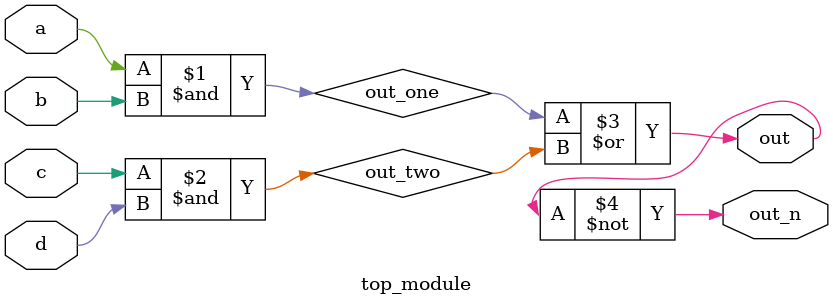
<source format=v>
`default_nettype none //all nets (like wire) must be explicitly declared
module top_module(
    input a,
    input b,
    input c,
    input d,
    output out,
    output out_n   ); 
	wire out_one, out_two;
    
    assign out_one = a&b;
    assign out_two = c&d;
    assign out = out_one | out_two;
    assign out_n = ~out;
    
    
endmodule

</source>
